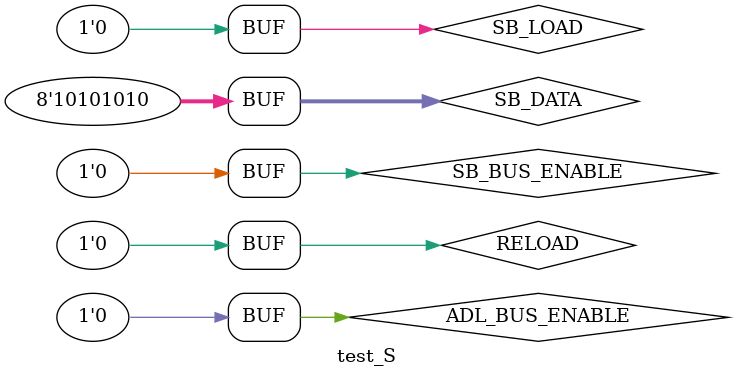
<source format=v>
`timescale 1ns / 1ps


module test_S;

	// Inputs
	reg RELOAD;
	reg SB_LOAD;
	reg SB_BUS_ENABLE;
	reg ADL_BUS_ENABLE;
	reg [7:0] SB_DATA;

	// Outputs
	wire [7:0] SB_OUT;
	wire [7:0] ADL_OUT;

	// Instantiate the Unit Under Test (UUT)
	reg_S uut (
		.RELOAD(RELOAD), 
		.SB_LOAD(SB_LOAD), 
		.SB_BUS_ENABLE(SB_BUS_ENABLE), 
		.ADL_BUS_ENABLE(ADL_BUS_ENABLE), 
		.SB_DATA(SB_DATA), 
		.SB_OUT(SB_OUT), 
		.ADL_OUT(ADL_OUT)
	);

	initial begin
		// Initialize Inputs
		RELOAD = 0;
		SB_LOAD = 0;
		SB_BUS_ENABLE = 0;
		ADL_BUS_ENABLE = 0;
		SB_DATA = 0;

		// Wait 100 ns for global reset to finish
		#100;
        
		// Add stimulus here
		$monitor($time, ": SB_LOAD_SIGNAL: %b, SB_ENABLE_SIGNAL: %b, ADL_ENABLE_SIGNAL: %b, RELOAD_SIGNAL: %b, SB_DATA_IN_STATE: %h, SB_DATA_OUT_STATE: %h, ADL_DATA_OUT_STATE: %h",
		SB_LOAD, SB_BUS_ENABLE, ADL_BUS_ENABLE, RELOAD, SB_DATA, SB_OUT, ADL_OUT);
		
		RELOAD = 1;
		#1;
		RELOAD = 0;
		#1;
		$display("\tExpected values: SB: XX, ADL: XX\n");
		
		SB_BUS_ENABLE = 1;
		#1;
		SB_BUS_ENABLE = 0;
		#1;
		$display("\tExpected values: SB: XX, ADL: XX\n");
		
		ADL_BUS_ENABLE = 1;
		#1;
		ADL_BUS_ENABLE = 0;
		#1;
		$display("\tExpected values: SB: XX, ADL: XX\n");
		
		SB_DATA = 8'hFF;
		SB_LOAD = 1;
		#1;
		SB_LOAD = 0;
		#1;
		$display("\tExpected values: SB: XX, ADL: XX\n");
		
		ADL_BUS_ENABLE = 1;
		#1;
		ADL_BUS_ENABLE = 0;
		#1;
		$display("\tExpected values: SB: XX, ADL: FF\n");
		
		SB_DATA = 8'hAA;
		SB_LOAD = 1;
		#1;
		SB_LOAD = 0;
		#1;
		$display("\tExpected values: SB: XX, ADL: FF\n");
		
		SB_BUS_ENABLE = 1;
		#1;
		SB_BUS_ENABLE = 0;
		#1;
		$display("\tExpected values: SB: AA, ADL: FF\n");
		
		RELOAD = 1;
		#1;
		RELOAD = 0;
		#1;
		SB_BUS_ENABLE = 1;
		#1;
		SB_BUS_ENABLE = 0;
		#1;
		$display("\tExpected values: SB: AA, ADL: FF\n");
		

	end
      
endmodule


</source>
